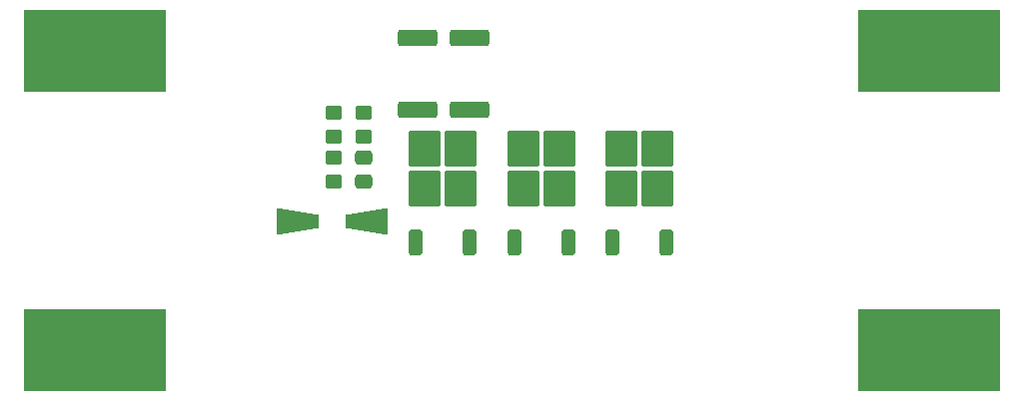
<source format=gbr>
%TF.GenerationSoftware,KiCad,Pcbnew,7.0.2*%
%TF.CreationDate,2023-07-12T23:48:00-04:00*%
%TF.ProjectId,Anti-Spark Switch,416e7469-2d53-4706-9172-6b2053776974,rev?*%
%TF.SameCoordinates,Original*%
%TF.FileFunction,Paste,Top*%
%TF.FilePolarity,Positive*%
%FSLAX46Y46*%
G04 Gerber Fmt 4.6, Leading zero omitted, Abs format (unit mm)*
G04 Created by KiCad (PCBNEW 7.0.2) date 2023-07-12 23:48:00*
%MOMM*%
%LPD*%
G01*
G04 APERTURE LIST*
G04 Aperture macros list*
%AMRoundRect*
0 Rectangle with rounded corners*
0 $1 Rounding radius*
0 $2 $3 $4 $5 $6 $7 $8 $9 X,Y pos of 4 corners*
0 Add a 4 corners polygon primitive as box body*
4,1,4,$2,$3,$4,$5,$6,$7,$8,$9,$2,$3,0*
0 Add four circle primitives for the rounded corners*
1,1,$1+$1,$2,$3*
1,1,$1+$1,$4,$5*
1,1,$1+$1,$6,$7*
1,1,$1+$1,$8,$9*
0 Add four rect primitives between the rounded corners*
20,1,$1+$1,$2,$3,$4,$5,0*
20,1,$1+$1,$4,$5,$6,$7,0*
20,1,$1+$1,$6,$7,$8,$9,0*
20,1,$1+$1,$8,$9,$2,$3,0*%
%AMOutline4P*
0 Free polygon, 4 corners , with rotation*
0 The origin of the aperture is its center*
0 number of corners: always 4*
0 $1 to $8 corner X, Y*
0 $9 Rotation angle, in degrees counterclockwise*
0 create outline with 4 corners*
4,1,4,$1,$2,$3,$4,$5,$6,$7,$8,$1,$2,$9*%
G04 Aperture macros list end*
%ADD10RoundRect,0.250000X1.125000X-1.275000X1.125000X1.275000X-1.125000X1.275000X-1.125000X-1.275000X0*%
%ADD11RoundRect,0.250000X0.350000X-0.850000X0.350000X0.850000X-0.350000X0.850000X-0.350000X-0.850000X0*%
%ADD12R,12.000000X7.000000*%
%ADD13RoundRect,0.249999X-1.425001X0.450001X-1.425001X-0.450001X1.425001X-0.450001X1.425001X0.450001X0*%
%ADD14Outline4P,-1.800000X-1.150000X1.800000X-0.550000X1.800000X0.550000X-1.800000X1.150000X0.000000*%
%ADD15Outline4P,-1.800000X-1.150000X1.800000X-0.550000X1.800000X0.550000X-1.800000X1.150000X180.000000*%
%ADD16RoundRect,0.250000X0.450000X-0.350000X0.450000X0.350000X-0.450000X0.350000X-0.450000X-0.350000X0*%
%ADD17RoundRect,0.250000X-0.475000X0.337500X-0.475000X-0.337500X0.475000X-0.337500X0.475000X0.337500X0*%
%ADD18RoundRect,0.250000X-0.450000X0.350000X-0.450000X-0.350000X0.450000X-0.350000X0.450000X0.350000X0*%
G04 APERTURE END LIST*
D10*
%TO.C,Q3*%
X163190000Y-103715000D03*
X160140000Y-100365000D03*
X160140000Y-103715000D03*
X163190000Y-100365000D03*
D11*
X163945000Y-108340000D03*
X159385000Y-108340000D03*
%TD*%
D10*
%TO.C,Q2*%
X154935000Y-103715000D03*
X151885000Y-100365000D03*
X151885000Y-103715000D03*
X154935000Y-100365000D03*
D11*
X155690000Y-108340000D03*
X151130000Y-108340000D03*
%TD*%
%TO.C,Q1*%
X142760000Y-108340000D03*
X147320000Y-108340000D03*
D10*
X146565000Y-100365000D03*
X143515000Y-103715000D03*
X143515000Y-100365000D03*
X146565000Y-103715000D03*
%TD*%
D12*
%TO.C,IN-*%
X115570000Y-117475000D03*
%TD*%
%TO.C,OUT+*%
X186220000Y-92075000D03*
%TD*%
%TO.C,IN+*%
X115570000Y-92075000D03*
%TD*%
%TO.C,OUT-*%
X186220000Y-117475000D03*
%TD*%
D13*
%TO.C,R5*%
X142875000Y-97030000D03*
X142875000Y-90930000D03*
%TD*%
%TO.C,R4*%
X147320000Y-90930000D03*
X147320000Y-97030000D03*
%TD*%
D14*
%TO.C,D1*%
X132774000Y-106509000D03*
D15*
X138574000Y-106509000D03*
%TD*%
D16*
%TO.C,R3*%
X138303000Y-97330000D03*
X138303000Y-99330000D03*
%TD*%
D17*
%TO.C,C1*%
X138303000Y-103199000D03*
X138303000Y-101124000D03*
%TD*%
D18*
%TO.C,R2*%
X135763000Y-99314000D03*
X135763000Y-97314000D03*
%TD*%
%TO.C,R1*%
X135763000Y-101124000D03*
X135763000Y-103124000D03*
%TD*%
M02*

</source>
